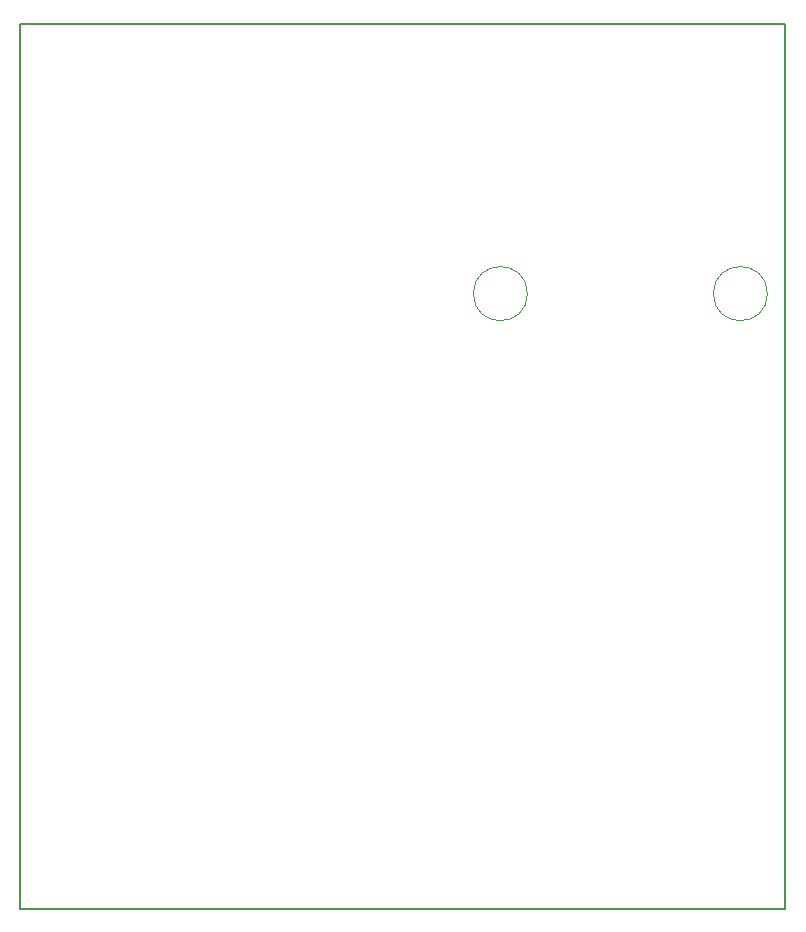
<source format=gbr>
%TF.GenerationSoftware,KiCad,Pcbnew,7.0.10-7.0.10~ubuntu23.04.1*%
%TF.CreationDate,2024-04-20T16:35:45-05:00*%
%TF.ProjectId,GPS-MINPOINT,4750532d-4d49-44e5-904f-494e542e6b69,V001*%
%TF.SameCoordinates,Original*%
%TF.FileFunction,Profile,NP*%
%FSLAX46Y46*%
G04 Gerber Fmt 4.6, Leading zero omitted, Abs format (unit mm)*
G04 Created by KiCad (PCBNEW 7.0.10-7.0.10~ubuntu23.04.1) date 2024-04-20 16:35:45*
%MOMM*%
%LPD*%
G01*
G04 APERTURE LIST*
%TA.AperFunction,Profile*%
%ADD10C,0.100000*%
%TD*%
%TA.AperFunction,Profile*%
%ADD11C,0.200000*%
%TD*%
G04 APERTURE END LIST*
D10*
X169929525Y-81915000D02*
G75*
G03*
X165350475Y-81915000I-2289525J0D01*
G01*
X165350475Y-81915000D02*
G75*
G03*
X169929525Y-81915000I2289525J0D01*
G01*
X190249525Y-81915000D02*
G75*
G03*
X185670475Y-81915000I-2289525J0D01*
G01*
X185670475Y-81915000D02*
G75*
G03*
X190249525Y-81915000I2289525J0D01*
G01*
X178435001Y-111760000D02*
G75*
G03*
X178434999Y-111760000I-1J0D01*
G01*
X178434999Y-111760000D02*
G75*
G03*
X178435001Y-111760000I1J0D01*
G01*
D11*
X127000000Y-59055000D02*
X191770000Y-59055000D01*
X191770000Y-133985000D01*
X127000000Y-133985000D01*
X127000000Y-59055000D01*
M02*

</source>
